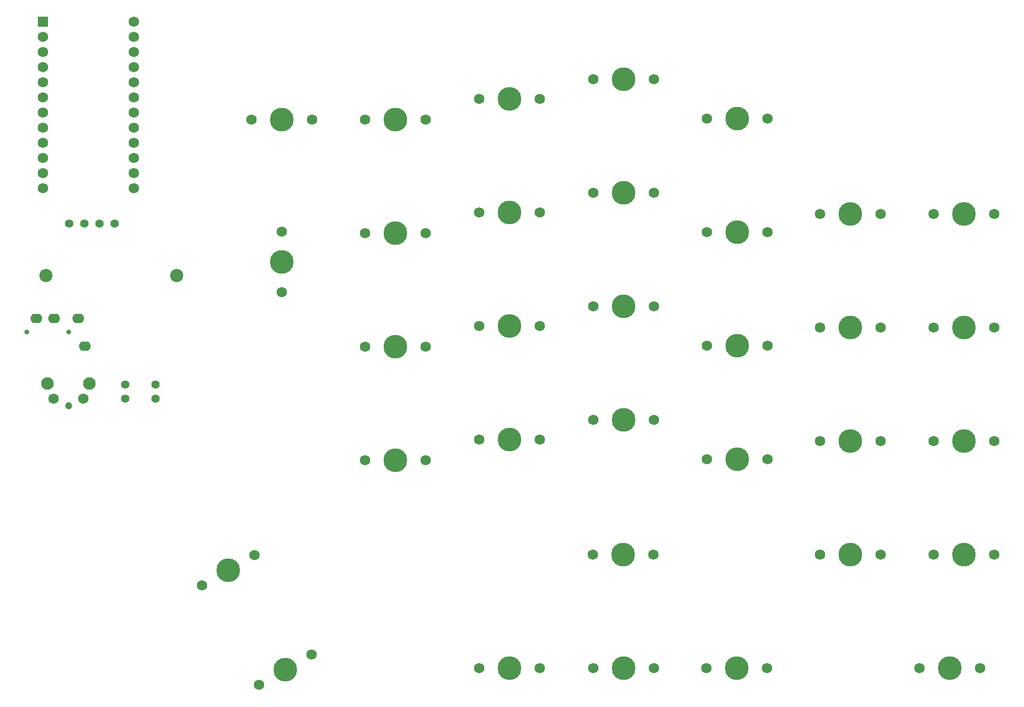
<source format=gts>
G04 #@! TF.GenerationSoftware,KiCad,Pcbnew,5.1.10*
G04 #@! TF.CreationDate,2021-07-11T16:16:24-04:00*
G04 #@! TF.ProjectId,v02_right,7630325f-7269-4676-9874-2e6b69636164,rev?*
G04 #@! TF.SameCoordinates,Original*
G04 #@! TF.FileFunction,Soldermask,Top*
G04 #@! TF.FilePolarity,Negative*
%FSLAX46Y46*%
G04 Gerber Fmt 4.6, Leading zero omitted, Abs format (unit mm)*
G04 Created by KiCad (PCBNEW 5.1.10) date 2021-07-11 16:16:24*
%MOMM*%
%LPD*%
G01*
G04 APERTURE LIST*
%ADD10C,1.200000*%
%ADD11C,2.100000*%
%ADD12C,1.750000*%
%ADD13O,2.000000X1.600000*%
%ADD14C,0.800000*%
%ADD15C,2.200000*%
%ADD16C,3.987800*%
%ADD17C,1.397000*%
%ADD18R,1.752600X1.752600*%
%ADD19C,1.752600*%
G04 APERTURE END LIST*
D10*
X-177918750Y-91697500D03*
D11*
X-174418750Y-87997500D03*
D12*
X-175418750Y-90487500D03*
X-180418750Y-90487500D03*
D11*
X-181428750Y-87997500D03*
D13*
X-180331250Y-77075000D03*
D14*
X-184931250Y-79375000D03*
X-177931250Y-79375000D03*
D13*
X-183331250Y-77075000D03*
X-176331250Y-77075000D03*
X-175231250Y-81675000D03*
D15*
X-159800000Y-69850000D03*
X-181750000Y-69850000D03*
D16*
X-104030000Y-78277500D03*
D12*
X-109110000Y-78277500D03*
X-98950000Y-78277500D03*
D16*
X-103975000Y-135731250D03*
D12*
X-109055000Y-135731250D03*
X-98895000Y-135731250D03*
D16*
X-84925000Y-116681250D03*
D12*
X-90005000Y-116681250D03*
X-79845000Y-116681250D03*
D16*
X-65875000Y-135731250D03*
D12*
X-70955000Y-135731250D03*
X-60795000Y-135731250D03*
D16*
X-65843750Y-100658000D03*
D12*
X-70923750Y-100658000D03*
X-60763750Y-100658000D03*
D16*
X-65843750Y-81608000D03*
D12*
X-70923750Y-81608000D03*
X-60763750Y-81608000D03*
D16*
X-65843750Y-43508000D03*
D12*
X-70923750Y-43508000D03*
X-60763750Y-43508000D03*
D16*
X-27781250Y-116681250D03*
D12*
X-32861250Y-116681250D03*
X-22701250Y-116681250D03*
D16*
X-30162500Y-135731250D03*
D12*
X-35242500Y-135731250D03*
X-25082500Y-135731250D03*
D16*
X-142180000Y-67531000D03*
D12*
X-142180000Y-72611000D03*
X-142180000Y-62451000D03*
D16*
X-123130000Y-62756000D03*
D12*
X-128210000Y-62756000D03*
X-118050000Y-62756000D03*
D16*
X-65843750Y-62558000D03*
D12*
X-70923750Y-62558000D03*
X-60763750Y-62558000D03*
D16*
X-123130000Y-43706000D03*
D12*
X-128210000Y-43706000D03*
X-118050000Y-43706000D03*
D17*
X-168433750Y-88106250D03*
X-163353750Y-88106250D03*
X-163353750Y-90487500D03*
X-168433750Y-90487500D03*
X-170180000Y-61118750D03*
X-172720000Y-61118750D03*
X-175260000Y-61118750D03*
X-177800000Y-61118750D03*
D18*
X-182245000Y-27305000D03*
D19*
X-182245000Y-29845000D03*
X-182245000Y-32385000D03*
X-182245000Y-34925000D03*
X-182245000Y-37465000D03*
X-182245000Y-40005000D03*
X-182245000Y-42545000D03*
X-182245000Y-45085000D03*
X-182245000Y-47625000D03*
X-182245000Y-50165000D03*
X-182245000Y-52705000D03*
X-167005000Y-55245000D03*
X-167005000Y-52705000D03*
X-167005000Y-50165000D03*
X-167005000Y-47625000D03*
X-167005000Y-45085000D03*
X-167005000Y-42545000D03*
X-167005000Y-40005000D03*
X-167005000Y-37465000D03*
X-167005000Y-34925000D03*
X-167005000Y-32385000D03*
X-167005000Y-29845000D03*
X-182245000Y-55245000D03*
X-167005000Y-27305000D03*
D16*
X-141612500Y-136000000D03*
D12*
X-146011909Y-138540000D03*
X-137213091Y-133460000D03*
D16*
X-84861500Y-135743250D03*
D12*
X-89941500Y-135743250D03*
X-79781500Y-135743250D03*
D16*
X-151137500Y-119331250D03*
D12*
X-155536909Y-121871250D03*
X-146738091Y-116791250D03*
D16*
X-123130000Y-100856000D03*
D12*
X-128210000Y-100856000D03*
X-118050000Y-100856000D03*
D16*
X-104030000Y-97327500D03*
D12*
X-109110000Y-97327500D03*
X-98950000Y-97327500D03*
D16*
X-84880000Y-94070750D03*
D12*
X-89960000Y-94070750D03*
X-79800000Y-94070750D03*
D16*
X-46831250Y-116681250D03*
D12*
X-51911250Y-116681250D03*
X-41751250Y-116681250D03*
D16*
X-123130000Y-81806000D03*
D12*
X-128210000Y-81806000D03*
X-118050000Y-81806000D03*
D16*
X-84880000Y-75020750D03*
D12*
X-89960000Y-75020750D03*
X-79800000Y-75020750D03*
D16*
X-46831250Y-97631250D03*
D12*
X-51911250Y-97631250D03*
X-41751250Y-97631250D03*
D16*
X-27781250Y-97631250D03*
D12*
X-32861250Y-97631250D03*
X-22701250Y-97631250D03*
D16*
X-104030000Y-59227500D03*
D12*
X-109110000Y-59227500D03*
X-98950000Y-59227500D03*
D16*
X-84880000Y-55970750D03*
D12*
X-89960000Y-55970750D03*
X-79800000Y-55970750D03*
D16*
X-46831250Y-78581250D03*
D12*
X-51911250Y-78581250D03*
X-41751250Y-78581250D03*
D16*
X-27781250Y-78581250D03*
D12*
X-32861250Y-78581250D03*
X-22701250Y-78581250D03*
D16*
X-142180000Y-43718500D03*
D12*
X-147260000Y-43718500D03*
X-137100000Y-43718500D03*
D16*
X-104030000Y-40177500D03*
D12*
X-109110000Y-40177500D03*
X-98950000Y-40177500D03*
D16*
X-84880000Y-36920750D03*
D12*
X-89960000Y-36920750D03*
X-79800000Y-36920750D03*
D16*
X-46831250Y-59531250D03*
D12*
X-51911250Y-59531250D03*
X-41751250Y-59531250D03*
D16*
X-27781250Y-59531250D03*
D12*
X-32861250Y-59531250D03*
X-22701250Y-59531250D03*
M02*

</source>
